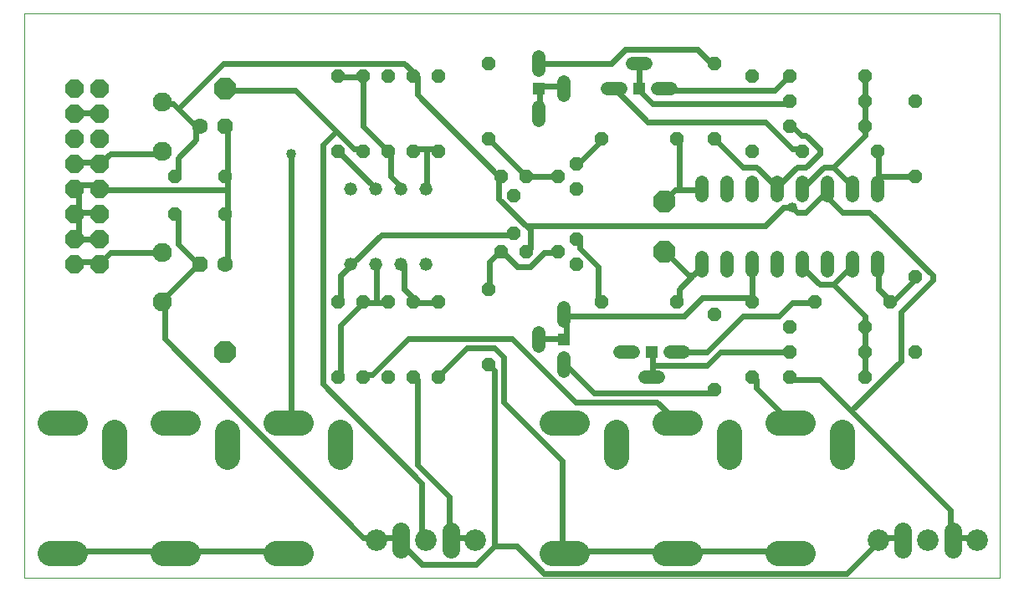
<source format=gtl>
G75*
%MOIN*%
%OFA0B0*%
%FSLAX25Y25*%
%IPPOS*%
%LPD*%
%AMOC8*
5,1,8,0,0,1.08239X$1,22.5*
%
%ADD10C,0.00000*%
%ADD11C,0.10000*%
%ADD12OC8,0.08500*%
%ADD13C,0.06300*%
%ADD14OC8,0.06300*%
%ADD15OC8,0.05200*%
%ADD16C,0.07600*%
%ADD17C,0.05200*%
%ADD18C,0.05200*%
%ADD19C,0.08600*%
%ADD20C,0.07087*%
%ADD21OC8,0.07400*%
%ADD22R,0.05150X0.05150*%
%ADD23C,0.02200*%
%ADD24C,0.04000*%
D10*
X0005620Y0040337D02*
X0005620Y0265298D01*
X0394321Y0265298D01*
X0394321Y0040337D01*
X0005620Y0040337D01*
D11*
X0015935Y0050180D02*
X0025935Y0050180D01*
X0060935Y0050180D02*
X0070935Y0050180D01*
X0105935Y0050180D02*
X0115935Y0050180D01*
X0131407Y0088487D02*
X0131407Y0098487D01*
X0115935Y0102148D02*
X0105935Y0102148D01*
X0086407Y0098487D02*
X0086407Y0088487D01*
X0070935Y0102148D02*
X0060935Y0102148D01*
X0041407Y0098487D02*
X0041407Y0088487D01*
X0025935Y0102148D02*
X0015935Y0102148D01*
X0215935Y0102148D02*
X0225935Y0102148D01*
X0241407Y0098487D02*
X0241407Y0088487D01*
X0260935Y0102148D02*
X0270935Y0102148D01*
X0286407Y0098487D02*
X0286407Y0088487D01*
X0305935Y0102148D02*
X0315935Y0102148D01*
X0331407Y0098487D02*
X0331407Y0088487D01*
X0315935Y0050180D02*
X0305935Y0050180D01*
X0270935Y0050180D02*
X0260935Y0050180D01*
X0225935Y0050180D02*
X0215935Y0050180D01*
D12*
X0085620Y0130337D03*
X0085620Y0235337D03*
X0260620Y0190337D03*
X0260620Y0170337D03*
D13*
X0085620Y0165337D03*
X0075620Y0220337D03*
D14*
X0085620Y0220337D03*
X0075620Y0165337D03*
D15*
X0065620Y0185337D03*
X0085620Y0185337D03*
X0085620Y0200337D03*
X0065620Y0200337D03*
X0130620Y0210337D03*
X0140620Y0210337D03*
X0150620Y0210337D03*
X0160620Y0210337D03*
X0170620Y0210337D03*
X0190620Y0215337D03*
X0195620Y0200337D03*
X0200620Y0192837D03*
X0205620Y0200337D03*
X0218120Y0200337D03*
X0225620Y0195337D03*
X0225620Y0205337D03*
X0235620Y0215337D03*
X0265620Y0215337D03*
X0280620Y0215337D03*
X0295620Y0210337D03*
X0310620Y0220337D03*
X0310620Y0230337D03*
X0310620Y0240337D03*
X0295620Y0240337D03*
X0280620Y0245337D03*
X0315620Y0210337D03*
X0340620Y0220337D03*
X0340620Y0230337D03*
X0340620Y0240337D03*
X0360620Y0230337D03*
X0345620Y0210337D03*
X0360620Y0200337D03*
X0360620Y0160337D03*
X0350620Y0150337D03*
X0340620Y0140337D03*
X0340620Y0130337D03*
X0340620Y0120337D03*
X0360620Y0130337D03*
X0320620Y0150337D03*
X0310620Y0140337D03*
X0310620Y0130337D03*
X0310620Y0120337D03*
X0295620Y0120337D03*
X0280620Y0115337D03*
X0280620Y0145337D03*
X0295620Y0150337D03*
X0265620Y0150337D03*
X0235620Y0150337D03*
X0225620Y0165337D03*
X0218120Y0170337D03*
X0225620Y0175337D03*
X0205620Y0170337D03*
X0200620Y0177837D03*
X0195620Y0170337D03*
X0190620Y0155337D03*
X0170620Y0150337D03*
X0160620Y0150337D03*
X0150620Y0150337D03*
X0140620Y0150337D03*
X0130620Y0150337D03*
X0130620Y0120337D03*
X0140620Y0120337D03*
X0150620Y0120337D03*
X0160620Y0120337D03*
X0170620Y0120337D03*
X0190620Y0125337D03*
X0170620Y0240337D03*
X0160620Y0240337D03*
X0150620Y0240337D03*
X0140620Y0240337D03*
X0130620Y0240337D03*
X0190620Y0245337D03*
D16*
X0060620Y0230180D03*
X0060620Y0210494D03*
X0060620Y0170180D03*
X0060620Y0150494D03*
D17*
X0135620Y0165337D03*
X0145620Y0165337D03*
X0155620Y0165337D03*
X0165620Y0165337D03*
X0165620Y0195337D03*
X0155620Y0195337D03*
X0145620Y0195337D03*
X0135620Y0195337D03*
D18*
X0210620Y0222737D02*
X0210620Y0227937D01*
X0220620Y0232737D02*
X0220620Y0237937D01*
X0210620Y0242737D02*
X0210620Y0247937D01*
X0238020Y0235337D02*
X0243220Y0235337D01*
X0248020Y0245337D02*
X0253220Y0245337D01*
X0258020Y0235337D02*
X0263220Y0235337D01*
X0275620Y0197937D02*
X0275620Y0192737D01*
X0285620Y0192737D02*
X0285620Y0197937D01*
X0295620Y0197937D02*
X0295620Y0192737D01*
X0305620Y0192737D02*
X0305620Y0197937D01*
X0315620Y0197937D02*
X0315620Y0192737D01*
X0325620Y0192737D02*
X0325620Y0197937D01*
X0335620Y0197937D02*
X0335620Y0192737D01*
X0345620Y0192737D02*
X0345620Y0197937D01*
X0345620Y0167937D02*
X0345620Y0162737D01*
X0335620Y0162737D02*
X0335620Y0167937D01*
X0325620Y0167937D02*
X0325620Y0162737D01*
X0315620Y0162737D02*
X0315620Y0167937D01*
X0305620Y0167937D02*
X0305620Y0162737D01*
X0295620Y0162737D02*
X0295620Y0167937D01*
X0285620Y0167937D02*
X0285620Y0162737D01*
X0275620Y0162737D02*
X0275620Y0167937D01*
X0220620Y0147937D02*
X0220620Y0142737D01*
X0210620Y0137937D02*
X0210620Y0132737D01*
X0220620Y0127937D02*
X0220620Y0122737D01*
X0243020Y0130337D02*
X0248220Y0130337D01*
X0253020Y0120337D02*
X0258220Y0120337D01*
X0263020Y0130337D02*
X0268220Y0130337D01*
D19*
X0345935Y0055337D03*
X0365620Y0055337D03*
X0385305Y0055337D03*
X0185305Y0055337D03*
X0165620Y0055337D03*
X0145935Y0055337D03*
D20*
X0155620Y0051794D02*
X0155620Y0058880D01*
X0175620Y0058880D02*
X0175620Y0051794D01*
X0355620Y0051794D02*
X0355620Y0058880D01*
X0375620Y0058880D02*
X0375620Y0051794D01*
D21*
X0035620Y0165337D03*
X0025620Y0165337D03*
X0025620Y0175337D03*
X0035620Y0175337D03*
X0035620Y0185337D03*
X0025620Y0185337D03*
X0025620Y0195337D03*
X0035620Y0195337D03*
X0035620Y0205337D03*
X0025620Y0205337D03*
X0025620Y0215337D03*
X0035620Y0215337D03*
X0035620Y0225337D03*
X0025620Y0225337D03*
X0025620Y0235337D03*
X0035620Y0235337D03*
D22*
X0210620Y0235337D03*
X0250620Y0235337D03*
X0220620Y0135337D03*
X0255620Y0130337D03*
D23*
X0255820Y0130337D01*
X0255820Y0124937D01*
X0277420Y0124937D01*
X0282820Y0130337D01*
X0310620Y0130337D01*
X0310620Y0120337D02*
X0311620Y0119537D01*
X0322420Y0119537D01*
X0335020Y0106937D01*
X0354820Y0126737D01*
X0354820Y0146537D01*
X0367420Y0159137D01*
X0367420Y0160937D01*
X0342220Y0186137D01*
X0331420Y0186137D01*
X0324220Y0193337D01*
X0325620Y0195337D01*
X0326020Y0195137D01*
X0324220Y0193337D01*
X0317020Y0186137D01*
X0313420Y0186137D01*
X0311620Y0187937D01*
X0308020Y0187937D01*
X0300820Y0180737D01*
X0205420Y0180737D01*
X0194620Y0191537D01*
X0194620Y0198737D01*
X0195620Y0200337D01*
X0194620Y0200537D01*
X0162220Y0232937D01*
X0162220Y0240137D01*
X0160620Y0240337D01*
X0160420Y0241937D01*
X0156820Y0245537D01*
X0084820Y0245537D01*
X0066820Y0227537D01*
X0065020Y0229337D01*
X0061420Y0229337D01*
X0060620Y0230180D01*
X0066820Y0227537D02*
X0074020Y0220337D01*
X0075620Y0220337D01*
X0074020Y0220337D02*
X0074020Y0214937D01*
X0066820Y0207737D01*
X0066820Y0200537D01*
X0065620Y0200337D01*
X0059620Y0209537D02*
X0060620Y0210494D01*
X0059620Y0209537D02*
X0039820Y0209537D01*
X0035620Y0205337D01*
X0034420Y0205937D01*
X0027220Y0205937D01*
X0025620Y0205337D01*
X0027220Y0196937D02*
X0025620Y0195337D01*
X0027220Y0195137D01*
X0027220Y0186137D01*
X0025620Y0185337D01*
X0027220Y0184337D01*
X0027220Y0175337D01*
X0025620Y0175337D01*
X0027220Y0175337D02*
X0035620Y0175337D01*
X0039820Y0169937D02*
X0036220Y0166337D01*
X0035620Y0165337D01*
X0034420Y0166337D01*
X0027220Y0166337D01*
X0025620Y0165337D01*
X0039820Y0169937D02*
X0059620Y0169937D01*
X0060620Y0170180D01*
X0066820Y0173537D02*
X0074020Y0166337D01*
X0075620Y0165337D01*
X0074020Y0164537D01*
X0061420Y0151937D01*
X0060620Y0150494D01*
X0061420Y0150137D01*
X0061420Y0135737D01*
X0140620Y0056537D01*
X0144220Y0056537D01*
X0145935Y0055337D01*
X0146020Y0056537D01*
X0155020Y0056537D01*
X0155620Y0055337D01*
X0156820Y0054737D01*
X0156820Y0052937D01*
X0164020Y0045737D01*
X0185620Y0045737D01*
X0192820Y0052937D01*
X0201820Y0052937D01*
X0212620Y0042137D01*
X0333220Y0042137D01*
X0345820Y0054737D01*
X0345935Y0055337D01*
X0347620Y0056537D01*
X0354820Y0056537D01*
X0355620Y0055337D01*
X0374620Y0056537D02*
X0374620Y0067337D01*
X0335020Y0106937D01*
X0340620Y0120337D02*
X0340420Y0121337D01*
X0340420Y0130337D01*
X0340620Y0130337D01*
X0340420Y0130337D02*
X0340420Y0139337D01*
X0340620Y0140337D01*
X0340420Y0141137D01*
X0340420Y0144737D01*
X0327820Y0157337D01*
X0335020Y0164537D01*
X0335620Y0165337D01*
X0345620Y0165337D02*
X0345820Y0164537D01*
X0345820Y0155537D01*
X0349420Y0151937D01*
X0350620Y0150337D01*
X0351220Y0150137D01*
X0360220Y0159137D01*
X0360620Y0160337D01*
X0327820Y0157337D02*
X0322420Y0157337D01*
X0317020Y0162737D01*
X0317020Y0164537D01*
X0315620Y0165337D01*
X0295620Y0165337D02*
X0295420Y0164537D01*
X0295420Y0151937D01*
X0295620Y0150337D01*
X0295420Y0151937D02*
X0275620Y0151937D01*
X0268420Y0144737D01*
X0221620Y0144737D01*
X0220620Y0145337D01*
X0221620Y0144737D02*
X0221620Y0135737D01*
X0220620Y0135337D01*
X0219820Y0135737D01*
X0210820Y0135737D01*
X0210620Y0135337D01*
X0200020Y0135737D02*
X0225220Y0110537D01*
X0257620Y0110537D01*
X0264820Y0103337D01*
X0265935Y0102148D01*
X0279220Y0114137D02*
X0280620Y0115337D01*
X0279220Y0114137D02*
X0232420Y0114137D01*
X0221620Y0124937D01*
X0220620Y0125337D01*
X0200020Y0135737D02*
X0158620Y0135737D01*
X0144220Y0121337D01*
X0140620Y0121337D01*
X0140620Y0120337D01*
X0131620Y0121337D02*
X0130620Y0120337D01*
X0131620Y0121337D02*
X0131620Y0141137D01*
X0140620Y0150137D01*
X0140620Y0150337D01*
X0140620Y0150137D02*
X0146020Y0150137D01*
X0146020Y0164537D01*
X0145620Y0165337D01*
X0137020Y0166337D02*
X0135620Y0165337D01*
X0135220Y0164537D01*
X0131620Y0160937D01*
X0131620Y0151937D01*
X0130620Y0150337D01*
X0146020Y0150137D02*
X0149620Y0150137D01*
X0150620Y0150337D01*
X0156820Y0155537D02*
X0160420Y0151937D01*
X0160620Y0150337D01*
X0162220Y0150137D01*
X0169420Y0150137D01*
X0170620Y0150337D01*
X0156820Y0155537D02*
X0156820Y0164537D01*
X0155620Y0165337D01*
X0147820Y0177137D02*
X0137020Y0166337D01*
X0147820Y0177137D02*
X0200020Y0177137D01*
X0200620Y0177837D01*
X0205420Y0180737D02*
X0207220Y0178937D01*
X0207220Y0171737D01*
X0205620Y0170337D01*
X0207220Y0164537D02*
X0201820Y0164537D01*
X0196420Y0169937D01*
X0195620Y0170337D01*
X0194620Y0169937D01*
X0191020Y0166337D01*
X0191020Y0155537D01*
X0190620Y0155337D01*
X0207220Y0164537D02*
X0212620Y0169937D01*
X0218020Y0169937D01*
X0218120Y0170337D01*
X0227020Y0171737D02*
X0227020Y0175337D01*
X0225620Y0175337D01*
X0227020Y0171737D02*
X0234220Y0164537D01*
X0234220Y0151937D01*
X0235620Y0150337D01*
X0260620Y0170337D02*
X0261220Y0169937D01*
X0270220Y0160937D01*
X0272020Y0160937D01*
X0266620Y0155537D01*
X0266620Y0151937D01*
X0265620Y0150337D01*
X0272020Y0160937D02*
X0275620Y0164537D01*
X0275620Y0165337D01*
X0291820Y0144737D02*
X0306220Y0144737D01*
X0311620Y0150137D01*
X0320620Y0150137D01*
X0320620Y0150337D01*
X0291820Y0144737D02*
X0277420Y0130337D01*
X0265620Y0130337D01*
X0255820Y0124937D02*
X0255820Y0121337D01*
X0255620Y0120337D01*
X0295620Y0120337D02*
X0297220Y0119537D01*
X0297220Y0115937D01*
X0309820Y0103337D01*
X0310935Y0102148D01*
X0374620Y0056537D02*
X0375620Y0055337D01*
X0376420Y0056537D01*
X0383620Y0056537D01*
X0385305Y0055337D01*
X0310935Y0050180D02*
X0309820Y0051137D01*
X0266620Y0051137D01*
X0265935Y0050180D01*
X0264820Y0051137D01*
X0221620Y0051137D01*
X0220935Y0050180D01*
X0219820Y0051137D01*
X0219820Y0087137D01*
X0196420Y0110537D01*
X0196420Y0128537D01*
X0192820Y0132137D01*
X0182020Y0132137D01*
X0171220Y0121337D01*
X0170620Y0120337D01*
X0162220Y0119537D02*
X0160620Y0120337D01*
X0162220Y0119537D02*
X0162220Y0085337D01*
X0174820Y0072737D01*
X0174820Y0056537D01*
X0175620Y0055337D01*
X0176620Y0056537D01*
X0183820Y0056537D01*
X0185305Y0055337D01*
X0192820Y0052937D02*
X0192820Y0123137D01*
X0190620Y0125337D01*
X0164020Y0078137D02*
X0124420Y0117737D01*
X0124420Y0213137D01*
X0129820Y0218537D01*
X0137020Y0211337D01*
X0140620Y0211337D01*
X0140620Y0210337D01*
X0150620Y0210337D02*
X0140620Y0220337D01*
X0140620Y0240137D01*
X0140620Y0240337D01*
X0140620Y0240137D02*
X0131620Y0240137D01*
X0130620Y0240337D01*
X0113620Y0234737D02*
X0086620Y0234737D01*
X0085620Y0235337D01*
X0085620Y0220337D02*
X0086620Y0220337D01*
X0086620Y0200537D01*
X0085620Y0200337D01*
X0086620Y0198737D01*
X0086620Y0195137D01*
X0036220Y0195137D01*
X0035620Y0195337D01*
X0034420Y0196937D01*
X0027220Y0196937D01*
X0027220Y0186137D02*
X0034420Y0186137D01*
X0035620Y0185337D01*
X0065620Y0185337D02*
X0066820Y0184337D01*
X0066820Y0173537D01*
X0085620Y0165337D02*
X0086620Y0166337D01*
X0086620Y0184337D01*
X0085620Y0185337D01*
X0086620Y0186137D01*
X0086620Y0195137D01*
X0111820Y0209537D02*
X0111820Y0103337D01*
X0110935Y0102148D01*
X0164020Y0078137D02*
X0164020Y0056537D01*
X0165620Y0055337D01*
X0110935Y0050180D02*
X0110020Y0051137D01*
X0066820Y0051137D01*
X0065935Y0050180D01*
X0065020Y0051137D01*
X0021820Y0051137D01*
X0020935Y0050180D01*
X0145620Y0195337D02*
X0144220Y0196937D01*
X0131620Y0209537D01*
X0130620Y0210337D01*
X0129820Y0218537D02*
X0113620Y0234737D01*
X0150620Y0210337D02*
X0151420Y0209537D01*
X0151420Y0200537D01*
X0155020Y0196937D01*
X0155620Y0195337D01*
X0165620Y0195337D02*
X0165820Y0196937D01*
X0165820Y0211337D01*
X0162220Y0211337D01*
X0160620Y0210337D01*
X0165820Y0211337D02*
X0169420Y0211337D01*
X0170620Y0210337D01*
X0190620Y0215337D02*
X0205620Y0200337D01*
X0207220Y0200537D01*
X0218020Y0200537D01*
X0218120Y0200337D01*
X0225620Y0205337D02*
X0227020Y0205937D01*
X0236020Y0214937D01*
X0235620Y0215337D01*
X0254020Y0222137D02*
X0300820Y0222137D01*
X0311620Y0211337D01*
X0315220Y0211337D01*
X0315620Y0210337D01*
X0317020Y0204137D02*
X0313420Y0204137D01*
X0306220Y0196937D01*
X0305620Y0195337D01*
X0304420Y0196937D01*
X0297220Y0204137D01*
X0291820Y0204137D01*
X0280620Y0215337D01*
X0266620Y0214937D02*
X0265620Y0215337D01*
X0266620Y0214937D02*
X0266620Y0195137D01*
X0275620Y0195137D01*
X0275620Y0195337D01*
X0266620Y0195137D02*
X0264820Y0195137D01*
X0261220Y0191537D01*
X0260620Y0190337D01*
X0254020Y0222137D02*
X0241420Y0234737D01*
X0240620Y0235337D01*
X0250420Y0234737D02*
X0250620Y0235337D01*
X0250420Y0236537D01*
X0250420Y0243737D01*
X0250620Y0245337D01*
X0245020Y0250937D02*
X0273820Y0250937D01*
X0279220Y0245537D01*
X0280620Y0245337D01*
X0261220Y0234737D02*
X0260620Y0235337D01*
X0261220Y0234737D02*
X0304420Y0234737D01*
X0309820Y0240137D01*
X0310620Y0240337D01*
X0310620Y0230337D02*
X0309820Y0229337D01*
X0255820Y0229337D01*
X0250420Y0234737D01*
X0239620Y0245537D02*
X0245020Y0250937D01*
X0239620Y0245537D02*
X0210820Y0245537D01*
X0210620Y0245337D01*
X0210820Y0236537D02*
X0210620Y0235337D01*
X0210820Y0234737D01*
X0210820Y0225737D01*
X0210620Y0225337D01*
X0210820Y0236537D02*
X0219820Y0236537D01*
X0220620Y0235337D01*
X0310620Y0220337D02*
X0311620Y0220337D01*
X0315220Y0216737D01*
X0317020Y0216737D01*
X0322420Y0211337D01*
X0322420Y0209537D01*
X0317020Y0204137D01*
X0324220Y0204137D02*
X0317020Y0196937D01*
X0315620Y0195337D01*
X0324220Y0204137D02*
X0327820Y0204137D01*
X0340420Y0216737D01*
X0340420Y0220337D01*
X0340620Y0220337D01*
X0340420Y0220337D02*
X0340420Y0229337D01*
X0340620Y0230337D01*
X0340420Y0231137D01*
X0340420Y0240137D01*
X0340620Y0240337D01*
X0345620Y0210337D02*
X0345820Y0209537D01*
X0345820Y0200537D01*
X0360220Y0200537D01*
X0360620Y0200337D01*
X0345820Y0200537D02*
X0345820Y0196937D01*
X0345620Y0195337D01*
X0335620Y0195337D02*
X0335020Y0196937D01*
X0327820Y0204137D01*
X0035620Y0225337D02*
X0034420Y0225737D01*
X0027220Y0225737D01*
X0025620Y0225337D01*
D24*
X0111820Y0209537D03*
X0311620Y0187937D03*
M02*

</source>
